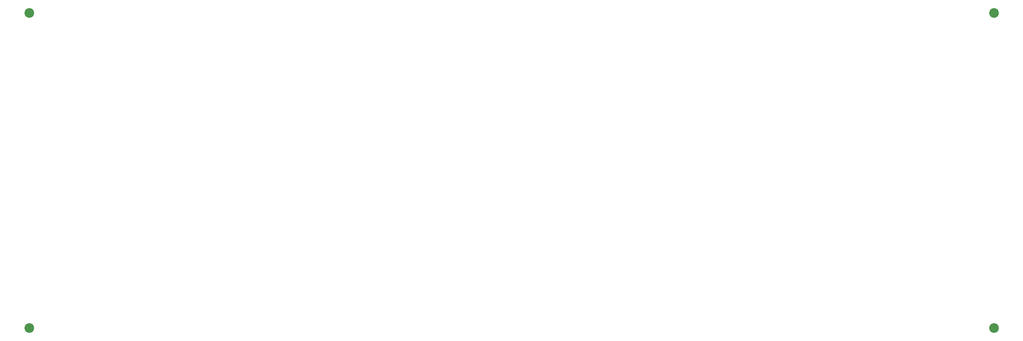
<source format=gbr>
%TF.GenerationSoftware,KiCad,Pcbnew,(5.99.0-9650-gad505e29c0)*%
%TF.CreationDate,2021-03-23T23:01:50-07:00*%
%TF.ProjectId,Choc40-switch_plate,43686f63-3430-42d7-9377-697463685f70,rev?*%
%TF.SameCoordinates,Original*%
%TF.FileFunction,Soldermask,Bot*%
%TF.FilePolarity,Negative*%
%FSLAX46Y46*%
G04 Gerber Fmt 4.6, Leading zero omitted, Abs format (unit mm)*
G04 Created by KiCad (PCBNEW (5.99.0-9650-gad505e29c0)) date 2021-03-23 23:01:50*
%MOMM*%
%LPD*%
G01*
G04 APERTURE LIST*
%ADD10C,2.200000*%
G04 APERTURE END LIST*
D10*
%TO.C,H3*%
X243000000Y-23000000D03*
%TD*%
%TO.C,H2*%
X23000000Y-95000000D03*
%TD*%
%TO.C,H4*%
X243000000Y-95000000D03*
%TD*%
%TO.C,H1*%
X23000000Y-23000000D03*
%TD*%
M02*

</source>
